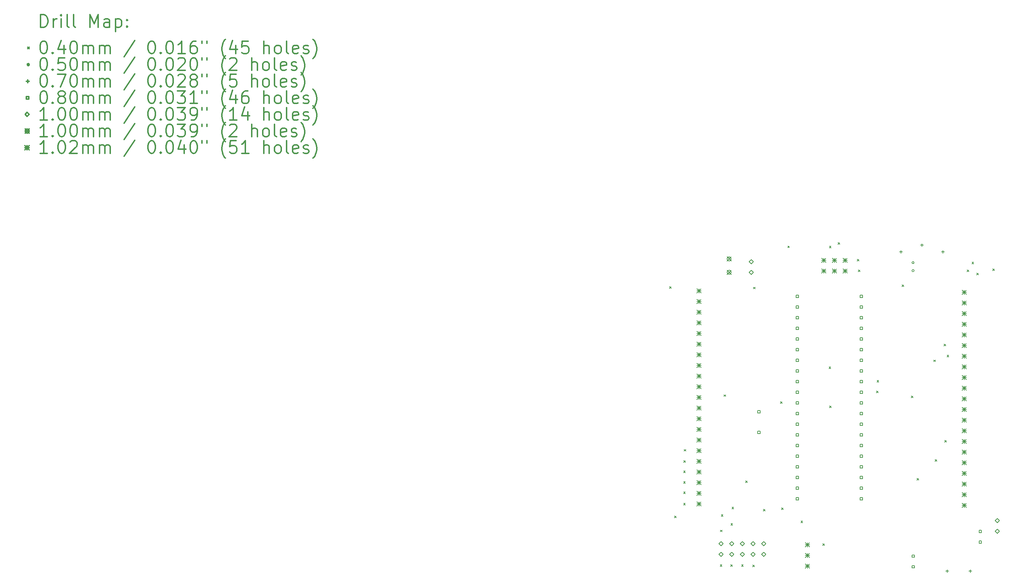
<source format=gbr>
%FSLAX45Y45*%
G04 Gerber Fmt 4.5, Leading zero omitted, Abs format (unit mm)*
G04 Created by KiCad (PCBNEW 4.0.6-e0-6349~53~ubuntu14.04.1) date Thu Nov 23 15:36:34 2017*
%MOMM*%
%LPD*%
G01*
G04 APERTURE LIST*
%ADD10C,0.127000*%
%ADD11C,0.200000*%
%ADD12C,0.300000*%
G04 APERTURE END LIST*
D10*
D11*
X15247940Y-6652580D02*
X15287940Y-6692580D01*
X15287940Y-6652580D02*
X15247940Y-6692580D01*
X15362240Y-12121200D02*
X15402240Y-12161200D01*
X15402240Y-12121200D02*
X15362240Y-12161200D01*
X15580680Y-11044240D02*
X15620680Y-11084240D01*
X15620680Y-11044240D02*
X15580680Y-11084240D01*
X15580680Y-11298240D02*
X15620680Y-11338240D01*
X15620680Y-11298240D02*
X15580680Y-11338240D01*
X15580680Y-11542080D02*
X15620680Y-11582080D01*
X15620680Y-11542080D02*
X15580680Y-11582080D01*
X15580680Y-11816400D02*
X15620680Y-11856400D01*
X15620680Y-11816400D02*
X15580680Y-11856400D01*
X15585760Y-10795320D02*
X15625760Y-10835320D01*
X15625760Y-10795320D02*
X15585760Y-10835320D01*
X15595920Y-10531160D02*
X15635920Y-10571160D01*
X15635920Y-10531160D02*
X15595920Y-10571160D01*
X16451900Y-13276900D02*
X16491900Y-13316900D01*
X16491900Y-13276900D02*
X16451900Y-13316900D01*
X16454440Y-12453940D02*
X16494440Y-12493940D01*
X16494440Y-12453940D02*
X16454440Y-12493940D01*
X16477300Y-12083100D02*
X16517300Y-12123100D01*
X16517300Y-12083100D02*
X16477300Y-12123100D01*
X16543340Y-9228140D02*
X16583340Y-9268140D01*
X16583340Y-9228140D02*
X16543340Y-9268140D01*
X16703360Y-13281980D02*
X16743360Y-13321980D01*
X16743360Y-13281980D02*
X16703360Y-13321980D01*
X16705900Y-12299000D02*
X16745900Y-12339000D01*
X16745900Y-12299000D02*
X16705900Y-12339000D01*
X16731300Y-11905300D02*
X16771300Y-11945300D01*
X16771300Y-11905300D02*
X16731300Y-11945300D01*
X16959900Y-13276900D02*
X16999900Y-13316900D01*
X16999900Y-13276900D02*
X16959900Y-13316900D01*
X17058960Y-11277920D02*
X17098960Y-11317920D01*
X17098960Y-11277920D02*
X17058960Y-11317920D01*
X17226600Y-13289600D02*
X17266600Y-13329600D01*
X17266600Y-13289600D02*
X17226600Y-13329600D01*
X17246920Y-6662740D02*
X17286920Y-6702740D01*
X17286920Y-6662740D02*
X17246920Y-6702740D01*
X17480600Y-11956100D02*
X17520600Y-11996100D01*
X17520600Y-11956100D02*
X17480600Y-11996100D01*
X17887000Y-9390700D02*
X17927000Y-9430700D01*
X17927000Y-9390700D02*
X17887000Y-9430700D01*
X17912400Y-11923080D02*
X17952400Y-11963080D01*
X17952400Y-11923080D02*
X17912400Y-11963080D01*
X18062260Y-5679760D02*
X18102260Y-5719760D01*
X18102260Y-5679760D02*
X18062260Y-5719760D01*
X18375950Y-12235500D02*
X18415950Y-12275500D01*
X18415950Y-12235500D02*
X18375950Y-12275500D01*
X18895380Y-12776520D02*
X18935380Y-12816520D01*
X18935380Y-12776520D02*
X18895380Y-12816520D01*
X19042700Y-8565200D02*
X19082700Y-8605200D01*
X19082700Y-8565200D02*
X19042700Y-8605200D01*
X19052860Y-5687380D02*
X19092860Y-5727380D01*
X19092860Y-5687380D02*
X19052860Y-5727380D01*
X19055400Y-9492300D02*
X19095400Y-9532300D01*
X19095400Y-9492300D02*
X19055400Y-9532300D01*
X19258600Y-5601020D02*
X19298600Y-5641020D01*
X19298600Y-5601020D02*
X19258600Y-5641020D01*
X19715800Y-5999800D02*
X19755800Y-6039800D01*
X19755800Y-5999800D02*
X19715800Y-6039800D01*
X19741200Y-6253800D02*
X19781200Y-6293800D01*
X19781200Y-6253800D02*
X19741200Y-6293800D01*
X20173000Y-9136700D02*
X20213000Y-9176700D01*
X20213000Y-9136700D02*
X20173000Y-9176700D01*
X20185700Y-8882700D02*
X20225700Y-8922700D01*
X20225700Y-8882700D02*
X20185700Y-8922700D01*
X20782600Y-6606860D02*
X20822600Y-6646860D01*
X20822600Y-6606860D02*
X20782600Y-6646860D01*
X21001040Y-9258620D02*
X21041040Y-9298620D01*
X21041040Y-9258620D02*
X21001040Y-9298620D01*
X21138200Y-11219500D02*
X21178200Y-11259500D01*
X21178200Y-11219500D02*
X21138200Y-11259500D01*
X21534440Y-8397560D02*
X21574440Y-8437560D01*
X21574440Y-8397560D02*
X21534440Y-8437560D01*
X21570000Y-10775000D02*
X21610000Y-10815000D01*
X21610000Y-10775000D02*
X21570000Y-10815000D01*
X21780820Y-8024180D02*
X21820820Y-8064180D01*
X21820820Y-8024180D02*
X21780820Y-8064180D01*
X21798600Y-10317800D02*
X21838600Y-10357800D01*
X21838600Y-10317800D02*
X21798600Y-10357800D01*
X21854480Y-8285800D02*
X21894480Y-8325800D01*
X21894480Y-8285800D02*
X21854480Y-8325800D01*
X22334540Y-6253800D02*
X22374540Y-6293800D01*
X22374540Y-6253800D02*
X22334540Y-6293800D01*
X22446300Y-6063300D02*
X22486300Y-6103300D01*
X22486300Y-6063300D02*
X22446300Y-6103300D01*
X22560600Y-6324920D02*
X22600600Y-6364920D01*
X22600600Y-6324920D02*
X22560600Y-6364920D01*
X22941600Y-6228400D02*
X22981600Y-6268400D01*
X22981600Y-6228400D02*
X22941600Y-6268400D01*
X21068900Y-6078220D02*
G75*
G03X21068900Y-6078220I-25000J0D01*
G01*
X21068900Y-6268220D02*
G75*
G03X21068900Y-6268220I-25000J0D01*
G01*
X20757260Y-5782860D02*
X20757260Y-5852860D01*
X20722260Y-5817860D02*
X20792260Y-5817860D01*
X21257260Y-5622860D02*
X21257260Y-5692860D01*
X21222260Y-5657860D02*
X21292260Y-5657860D01*
X21757260Y-5782860D02*
X21757260Y-5852860D01*
X21722260Y-5817860D02*
X21792260Y-5817860D01*
X21858560Y-13398020D02*
X21858560Y-13468020D01*
X21823560Y-13433020D02*
X21893560Y-13433020D01*
X22408560Y-13398020D02*
X22408560Y-13468020D01*
X22373560Y-13433020D02*
X22443560Y-13433020D01*
X17401885Y-9662185D02*
X17401885Y-9605616D01*
X17345316Y-9605616D01*
X17345316Y-9662185D01*
X17401885Y-9662185D01*
X17401885Y-10150185D02*
X17401885Y-10093616D01*
X17345316Y-10093616D01*
X17345316Y-10150185D01*
X17401885Y-10150185D01*
X18316285Y-6911684D02*
X18316285Y-6855115D01*
X18259716Y-6855115D01*
X18259716Y-6911684D01*
X18316285Y-6911684D01*
X18316285Y-7165684D02*
X18316285Y-7109115D01*
X18259716Y-7109115D01*
X18259716Y-7165684D01*
X18316285Y-7165684D01*
X18316285Y-7419684D02*
X18316285Y-7363115D01*
X18259716Y-7363115D01*
X18259716Y-7419684D01*
X18316285Y-7419684D01*
X18316285Y-7673684D02*
X18316285Y-7617115D01*
X18259716Y-7617115D01*
X18259716Y-7673684D01*
X18316285Y-7673684D01*
X18316285Y-7927684D02*
X18316285Y-7871115D01*
X18259716Y-7871115D01*
X18259716Y-7927684D01*
X18316285Y-7927684D01*
X18316285Y-8181684D02*
X18316285Y-8125115D01*
X18259716Y-8125115D01*
X18259716Y-8181684D01*
X18316285Y-8181684D01*
X18316285Y-8435685D02*
X18316285Y-8379115D01*
X18259716Y-8379115D01*
X18259716Y-8435685D01*
X18316285Y-8435685D01*
X18316285Y-8689685D02*
X18316285Y-8633116D01*
X18259716Y-8633116D01*
X18259716Y-8689685D01*
X18316285Y-8689685D01*
X18316285Y-8943685D02*
X18316285Y-8887116D01*
X18259716Y-8887116D01*
X18259716Y-8943685D01*
X18316285Y-8943685D01*
X18316285Y-9197685D02*
X18316285Y-9141116D01*
X18259716Y-9141116D01*
X18259716Y-9197685D01*
X18316285Y-9197685D01*
X18316285Y-9451685D02*
X18316285Y-9395116D01*
X18259716Y-9395116D01*
X18259716Y-9451685D01*
X18316285Y-9451685D01*
X18316285Y-9705685D02*
X18316285Y-9649116D01*
X18259716Y-9649116D01*
X18259716Y-9705685D01*
X18316285Y-9705685D01*
X18316285Y-9959685D02*
X18316285Y-9903116D01*
X18259716Y-9903116D01*
X18259716Y-9959685D01*
X18316285Y-9959685D01*
X18316285Y-10213685D02*
X18316285Y-10157116D01*
X18259716Y-10157116D01*
X18259716Y-10213685D01*
X18316285Y-10213685D01*
X18316285Y-10467685D02*
X18316285Y-10411116D01*
X18259716Y-10411116D01*
X18259716Y-10467685D01*
X18316285Y-10467685D01*
X18316285Y-10721685D02*
X18316285Y-10665116D01*
X18259716Y-10665116D01*
X18259716Y-10721685D01*
X18316285Y-10721685D01*
X18316285Y-10975685D02*
X18316285Y-10919116D01*
X18259716Y-10919116D01*
X18259716Y-10975685D01*
X18316285Y-10975685D01*
X18316285Y-11229684D02*
X18316285Y-11173116D01*
X18259716Y-11173116D01*
X18259716Y-11229684D01*
X18316285Y-11229684D01*
X18316285Y-11483684D02*
X18316285Y-11427115D01*
X18259716Y-11427115D01*
X18259716Y-11483684D01*
X18316285Y-11483684D01*
X18316285Y-11737684D02*
X18316285Y-11681115D01*
X18259716Y-11681115D01*
X18259716Y-11737684D01*
X18316285Y-11737684D01*
X19840285Y-6911684D02*
X19840285Y-6855115D01*
X19783716Y-6855115D01*
X19783716Y-6911684D01*
X19840285Y-6911684D01*
X19840285Y-7165684D02*
X19840285Y-7109115D01*
X19783716Y-7109115D01*
X19783716Y-7165684D01*
X19840285Y-7165684D01*
X19840285Y-7419684D02*
X19840285Y-7363115D01*
X19783716Y-7363115D01*
X19783716Y-7419684D01*
X19840285Y-7419684D01*
X19840285Y-7673684D02*
X19840285Y-7617115D01*
X19783716Y-7617115D01*
X19783716Y-7673684D01*
X19840285Y-7673684D01*
X19840285Y-7927684D02*
X19840285Y-7871115D01*
X19783716Y-7871115D01*
X19783716Y-7927684D01*
X19840285Y-7927684D01*
X19840285Y-8181684D02*
X19840285Y-8125115D01*
X19783716Y-8125115D01*
X19783716Y-8181684D01*
X19840285Y-8181684D01*
X19840285Y-8435685D02*
X19840285Y-8379115D01*
X19783716Y-8379115D01*
X19783716Y-8435685D01*
X19840285Y-8435685D01*
X19840285Y-8689685D02*
X19840285Y-8633116D01*
X19783716Y-8633116D01*
X19783716Y-8689685D01*
X19840285Y-8689685D01*
X19840285Y-8943685D02*
X19840285Y-8887116D01*
X19783716Y-8887116D01*
X19783716Y-8943685D01*
X19840285Y-8943685D01*
X19840285Y-9197685D02*
X19840285Y-9141116D01*
X19783716Y-9141116D01*
X19783716Y-9197685D01*
X19840285Y-9197685D01*
X19840285Y-9451685D02*
X19840285Y-9395116D01*
X19783716Y-9395116D01*
X19783716Y-9451685D01*
X19840285Y-9451685D01*
X19840285Y-9705685D02*
X19840285Y-9649116D01*
X19783716Y-9649116D01*
X19783716Y-9705685D01*
X19840285Y-9705685D01*
X19840285Y-9959685D02*
X19840285Y-9903116D01*
X19783716Y-9903116D01*
X19783716Y-9959685D01*
X19840285Y-9959685D01*
X19840285Y-10213685D02*
X19840285Y-10157116D01*
X19783716Y-10157116D01*
X19783716Y-10213685D01*
X19840285Y-10213685D01*
X19840285Y-10467685D02*
X19840285Y-10411116D01*
X19783716Y-10411116D01*
X19783716Y-10467685D01*
X19840285Y-10467685D01*
X19840285Y-10721685D02*
X19840285Y-10665116D01*
X19783716Y-10665116D01*
X19783716Y-10721685D01*
X19840285Y-10721685D01*
X19840285Y-10975685D02*
X19840285Y-10919116D01*
X19783716Y-10919116D01*
X19783716Y-10975685D01*
X19840285Y-10975685D01*
X19840285Y-11229684D02*
X19840285Y-11173116D01*
X19783716Y-11173116D01*
X19783716Y-11229684D01*
X19840285Y-11229684D01*
X19840285Y-11483684D02*
X19840285Y-11427115D01*
X19783716Y-11427115D01*
X19783716Y-11483684D01*
X19840285Y-11483684D01*
X19840285Y-11737684D02*
X19840285Y-11681115D01*
X19783716Y-11681115D01*
X19783716Y-11737684D01*
X19840285Y-11737684D01*
X21074725Y-13104204D02*
X21074725Y-13047635D01*
X21018156Y-13047635D01*
X21018156Y-13104204D01*
X21074725Y-13104204D01*
X21074725Y-13358204D02*
X21074725Y-13301635D01*
X21018156Y-13301635D01*
X21018156Y-13358204D01*
X21074725Y-13358204D01*
X22672384Y-12512384D02*
X22672384Y-12455815D01*
X22615815Y-12455815D01*
X22615815Y-12512384D01*
X22672384Y-12512384D01*
X22672384Y-12766384D02*
X22672384Y-12709815D01*
X22615815Y-12709815D01*
X22615815Y-12766384D01*
X22672384Y-12766384D01*
X16474440Y-12831280D02*
X16524440Y-12781280D01*
X16474440Y-12731280D01*
X16424440Y-12781280D01*
X16474440Y-12831280D01*
X16474440Y-13085280D02*
X16524440Y-13035280D01*
X16474440Y-12985280D01*
X16424440Y-13035280D01*
X16474440Y-13085280D01*
X16728440Y-12831280D02*
X16778440Y-12781280D01*
X16728440Y-12731280D01*
X16678440Y-12781280D01*
X16728440Y-12831280D01*
X16728440Y-13085280D02*
X16778440Y-13035280D01*
X16728440Y-12985280D01*
X16678440Y-13035280D01*
X16728440Y-13085280D01*
X16982440Y-12831280D02*
X17032440Y-12781280D01*
X16982440Y-12731280D01*
X16932440Y-12781280D01*
X16982440Y-12831280D01*
X16982440Y-13085280D02*
X17032440Y-13035280D01*
X16982440Y-12985280D01*
X16932440Y-13035280D01*
X16982440Y-13085280D01*
X17195800Y-6107900D02*
X17245800Y-6057900D01*
X17195800Y-6007900D01*
X17145800Y-6057900D01*
X17195800Y-6107900D01*
X17195800Y-6361900D02*
X17245800Y-6311900D01*
X17195800Y-6261900D01*
X17145800Y-6311900D01*
X17195800Y-6361900D01*
X17236440Y-12831280D02*
X17286440Y-12781280D01*
X17236440Y-12731280D01*
X17186440Y-12781280D01*
X17236440Y-12831280D01*
X17236440Y-13085280D02*
X17286440Y-13035280D01*
X17236440Y-12985280D01*
X17186440Y-13035280D01*
X17236440Y-13085280D01*
X17490440Y-12831280D02*
X17540440Y-12781280D01*
X17490440Y-12731280D01*
X17440440Y-12781280D01*
X17490440Y-12831280D01*
X17490440Y-13085280D02*
X17540440Y-13035280D01*
X17490440Y-12985280D01*
X17440440Y-13035280D01*
X17490440Y-13085280D01*
X23050500Y-12280100D02*
X23100500Y-12230100D01*
X23050500Y-12180100D01*
X23000500Y-12230100D01*
X23050500Y-12280100D01*
X23050500Y-12534100D02*
X23100500Y-12484100D01*
X23050500Y-12434100D01*
X23000500Y-12484100D01*
X23050500Y-12534100D01*
X16614902Y-5939282D02*
X16714978Y-6039358D01*
X16714978Y-5939282D02*
X16614902Y-6039358D01*
X16714978Y-5989320D02*
G75*
G03X16714978Y-5989320I-50038J0D01*
G01*
X16614902Y-6256782D02*
X16714978Y-6356858D01*
X16714978Y-6256782D02*
X16614902Y-6356858D01*
X16714978Y-6306820D02*
G75*
G03X16714978Y-6306820I-50038J0D01*
G01*
X15897860Y-6696710D02*
X15999460Y-6798310D01*
X15999460Y-6696710D02*
X15897860Y-6798310D01*
X15948660Y-6696710D02*
X15948660Y-6798310D01*
X15897860Y-6747510D02*
X15999460Y-6747510D01*
X15897860Y-6950710D02*
X15999460Y-7052310D01*
X15999460Y-6950710D02*
X15897860Y-7052310D01*
X15948660Y-6950710D02*
X15948660Y-7052310D01*
X15897860Y-7001510D02*
X15999460Y-7001510D01*
X15897860Y-7204710D02*
X15999460Y-7306310D01*
X15999460Y-7204710D02*
X15897860Y-7306310D01*
X15948660Y-7204710D02*
X15948660Y-7306310D01*
X15897860Y-7255510D02*
X15999460Y-7255510D01*
X15897860Y-7458710D02*
X15999460Y-7560310D01*
X15999460Y-7458710D02*
X15897860Y-7560310D01*
X15948660Y-7458710D02*
X15948660Y-7560310D01*
X15897860Y-7509510D02*
X15999460Y-7509510D01*
X15897860Y-7712710D02*
X15999460Y-7814310D01*
X15999460Y-7712710D02*
X15897860Y-7814310D01*
X15948660Y-7712710D02*
X15948660Y-7814310D01*
X15897860Y-7763510D02*
X15999460Y-7763510D01*
X15897860Y-7966710D02*
X15999460Y-8068310D01*
X15999460Y-7966710D02*
X15897860Y-8068310D01*
X15948660Y-7966710D02*
X15948660Y-8068310D01*
X15897860Y-8017510D02*
X15999460Y-8017510D01*
X15897860Y-8220710D02*
X15999460Y-8322310D01*
X15999460Y-8220710D02*
X15897860Y-8322310D01*
X15948660Y-8220710D02*
X15948660Y-8322310D01*
X15897860Y-8271510D02*
X15999460Y-8271510D01*
X15897860Y-8474710D02*
X15999460Y-8576310D01*
X15999460Y-8474710D02*
X15897860Y-8576310D01*
X15948660Y-8474710D02*
X15948660Y-8576310D01*
X15897860Y-8525510D02*
X15999460Y-8525510D01*
X15897860Y-8728710D02*
X15999460Y-8830310D01*
X15999460Y-8728710D02*
X15897860Y-8830310D01*
X15948660Y-8728710D02*
X15948660Y-8830310D01*
X15897860Y-8779510D02*
X15999460Y-8779510D01*
X15897860Y-8982710D02*
X15999460Y-9084310D01*
X15999460Y-8982710D02*
X15897860Y-9084310D01*
X15948660Y-8982710D02*
X15948660Y-9084310D01*
X15897860Y-9033510D02*
X15999460Y-9033510D01*
X15897860Y-9236710D02*
X15999460Y-9338310D01*
X15999460Y-9236710D02*
X15897860Y-9338310D01*
X15948660Y-9236710D02*
X15948660Y-9338310D01*
X15897860Y-9287510D02*
X15999460Y-9287510D01*
X15897860Y-9490710D02*
X15999460Y-9592310D01*
X15999460Y-9490710D02*
X15897860Y-9592310D01*
X15948660Y-9490710D02*
X15948660Y-9592310D01*
X15897860Y-9541510D02*
X15999460Y-9541510D01*
X15897860Y-9744710D02*
X15999460Y-9846310D01*
X15999460Y-9744710D02*
X15897860Y-9846310D01*
X15948660Y-9744710D02*
X15948660Y-9846310D01*
X15897860Y-9795510D02*
X15999460Y-9795510D01*
X15897860Y-9998710D02*
X15999460Y-10100310D01*
X15999460Y-9998710D02*
X15897860Y-10100310D01*
X15948660Y-9998710D02*
X15948660Y-10100310D01*
X15897860Y-10049510D02*
X15999460Y-10049510D01*
X15897860Y-10252710D02*
X15999460Y-10354310D01*
X15999460Y-10252710D02*
X15897860Y-10354310D01*
X15948660Y-10252710D02*
X15948660Y-10354310D01*
X15897860Y-10303510D02*
X15999460Y-10303510D01*
X15897860Y-10506710D02*
X15999460Y-10608310D01*
X15999460Y-10506710D02*
X15897860Y-10608310D01*
X15948660Y-10506710D02*
X15948660Y-10608310D01*
X15897860Y-10557510D02*
X15999460Y-10557510D01*
X15897860Y-10760710D02*
X15999460Y-10862310D01*
X15999460Y-10760710D02*
X15897860Y-10862310D01*
X15948660Y-10760710D02*
X15948660Y-10862310D01*
X15897860Y-10811510D02*
X15999460Y-10811510D01*
X15897860Y-11014710D02*
X15999460Y-11116310D01*
X15999460Y-11014710D02*
X15897860Y-11116310D01*
X15948660Y-11014710D02*
X15948660Y-11116310D01*
X15897860Y-11065510D02*
X15999460Y-11065510D01*
X15897860Y-11268710D02*
X15999460Y-11370310D01*
X15999460Y-11268710D02*
X15897860Y-11370310D01*
X15948660Y-11268710D02*
X15948660Y-11370310D01*
X15897860Y-11319510D02*
X15999460Y-11319510D01*
X15897860Y-11522710D02*
X15999460Y-11624310D01*
X15999460Y-11522710D02*
X15897860Y-11624310D01*
X15948660Y-11522710D02*
X15948660Y-11624310D01*
X15897860Y-11573510D02*
X15999460Y-11573510D01*
X15897860Y-11776710D02*
X15999460Y-11878310D01*
X15999460Y-11776710D02*
X15897860Y-11878310D01*
X15948660Y-11776710D02*
X15948660Y-11878310D01*
X15897860Y-11827510D02*
X15999460Y-11827510D01*
X18478500Y-12750800D02*
X18580100Y-12852400D01*
X18580100Y-12750800D02*
X18478500Y-12852400D01*
X18529300Y-12750800D02*
X18529300Y-12852400D01*
X18478500Y-12801600D02*
X18580100Y-12801600D01*
X18478500Y-13004800D02*
X18580100Y-13106400D01*
X18580100Y-13004800D02*
X18478500Y-13106400D01*
X18529300Y-13004800D02*
X18529300Y-13106400D01*
X18478500Y-13055600D02*
X18580100Y-13055600D01*
X18478500Y-13258800D02*
X18580100Y-13360400D01*
X18580100Y-13258800D02*
X18478500Y-13360400D01*
X18529300Y-13258800D02*
X18529300Y-13360400D01*
X18478500Y-13309600D02*
X18580100Y-13309600D01*
X18872200Y-5969000D02*
X18973800Y-6070600D01*
X18973800Y-5969000D02*
X18872200Y-6070600D01*
X18923000Y-5969000D02*
X18923000Y-6070600D01*
X18872200Y-6019800D02*
X18973800Y-6019800D01*
X18872200Y-6223000D02*
X18973800Y-6324600D01*
X18973800Y-6223000D02*
X18872200Y-6324600D01*
X18923000Y-6223000D02*
X18923000Y-6324600D01*
X18872200Y-6273800D02*
X18973800Y-6273800D01*
X19126200Y-5969000D02*
X19227800Y-6070600D01*
X19227800Y-5969000D02*
X19126200Y-6070600D01*
X19177000Y-5969000D02*
X19177000Y-6070600D01*
X19126200Y-6019800D02*
X19227800Y-6019800D01*
X19126200Y-6223000D02*
X19227800Y-6324600D01*
X19227800Y-6223000D02*
X19126200Y-6324600D01*
X19177000Y-6223000D02*
X19177000Y-6324600D01*
X19126200Y-6273800D02*
X19227800Y-6273800D01*
X19380200Y-5969000D02*
X19481800Y-6070600D01*
X19481800Y-5969000D02*
X19380200Y-6070600D01*
X19431000Y-5969000D02*
X19431000Y-6070600D01*
X19380200Y-6019800D02*
X19481800Y-6019800D01*
X19380200Y-6223000D02*
X19481800Y-6324600D01*
X19481800Y-6223000D02*
X19380200Y-6324600D01*
X19431000Y-6223000D02*
X19431000Y-6324600D01*
X19380200Y-6273800D02*
X19481800Y-6273800D01*
X22212300Y-6731000D02*
X22313900Y-6832600D01*
X22313900Y-6731000D02*
X22212300Y-6832600D01*
X22263100Y-6731000D02*
X22263100Y-6832600D01*
X22212300Y-6781800D02*
X22313900Y-6781800D01*
X22212300Y-6985000D02*
X22313900Y-7086600D01*
X22313900Y-6985000D02*
X22212300Y-7086600D01*
X22263100Y-6985000D02*
X22263100Y-7086600D01*
X22212300Y-7035800D02*
X22313900Y-7035800D01*
X22212300Y-7239000D02*
X22313900Y-7340600D01*
X22313900Y-7239000D02*
X22212300Y-7340600D01*
X22263100Y-7239000D02*
X22263100Y-7340600D01*
X22212300Y-7289800D02*
X22313900Y-7289800D01*
X22212300Y-7493000D02*
X22313900Y-7594600D01*
X22313900Y-7493000D02*
X22212300Y-7594600D01*
X22263100Y-7493000D02*
X22263100Y-7594600D01*
X22212300Y-7543800D02*
X22313900Y-7543800D01*
X22212300Y-7747000D02*
X22313900Y-7848600D01*
X22313900Y-7747000D02*
X22212300Y-7848600D01*
X22263100Y-7747000D02*
X22263100Y-7848600D01*
X22212300Y-7797800D02*
X22313900Y-7797800D01*
X22212300Y-8001000D02*
X22313900Y-8102600D01*
X22313900Y-8001000D02*
X22212300Y-8102600D01*
X22263100Y-8001000D02*
X22263100Y-8102600D01*
X22212300Y-8051800D02*
X22313900Y-8051800D01*
X22212300Y-8255000D02*
X22313900Y-8356600D01*
X22313900Y-8255000D02*
X22212300Y-8356600D01*
X22263100Y-8255000D02*
X22263100Y-8356600D01*
X22212300Y-8305800D02*
X22313900Y-8305800D01*
X22212300Y-8509000D02*
X22313900Y-8610600D01*
X22313900Y-8509000D02*
X22212300Y-8610600D01*
X22263100Y-8509000D02*
X22263100Y-8610600D01*
X22212300Y-8559800D02*
X22313900Y-8559800D01*
X22212300Y-8763000D02*
X22313900Y-8864600D01*
X22313900Y-8763000D02*
X22212300Y-8864600D01*
X22263100Y-8763000D02*
X22263100Y-8864600D01*
X22212300Y-8813800D02*
X22313900Y-8813800D01*
X22212300Y-9017000D02*
X22313900Y-9118600D01*
X22313900Y-9017000D02*
X22212300Y-9118600D01*
X22263100Y-9017000D02*
X22263100Y-9118600D01*
X22212300Y-9067800D02*
X22313900Y-9067800D01*
X22212300Y-9271000D02*
X22313900Y-9372600D01*
X22313900Y-9271000D02*
X22212300Y-9372600D01*
X22263100Y-9271000D02*
X22263100Y-9372600D01*
X22212300Y-9321800D02*
X22313900Y-9321800D01*
X22212300Y-9525000D02*
X22313900Y-9626600D01*
X22313900Y-9525000D02*
X22212300Y-9626600D01*
X22263100Y-9525000D02*
X22263100Y-9626600D01*
X22212300Y-9575800D02*
X22313900Y-9575800D01*
X22212300Y-9779000D02*
X22313900Y-9880600D01*
X22313900Y-9779000D02*
X22212300Y-9880600D01*
X22263100Y-9779000D02*
X22263100Y-9880600D01*
X22212300Y-9829800D02*
X22313900Y-9829800D01*
X22212300Y-10033000D02*
X22313900Y-10134600D01*
X22313900Y-10033000D02*
X22212300Y-10134600D01*
X22263100Y-10033000D02*
X22263100Y-10134600D01*
X22212300Y-10083800D02*
X22313900Y-10083800D01*
X22212300Y-10287000D02*
X22313900Y-10388600D01*
X22313900Y-10287000D02*
X22212300Y-10388600D01*
X22263100Y-10287000D02*
X22263100Y-10388600D01*
X22212300Y-10337800D02*
X22313900Y-10337800D01*
X22212300Y-10541000D02*
X22313900Y-10642600D01*
X22313900Y-10541000D02*
X22212300Y-10642600D01*
X22263100Y-10541000D02*
X22263100Y-10642600D01*
X22212300Y-10591800D02*
X22313900Y-10591800D01*
X22212300Y-10795000D02*
X22313900Y-10896600D01*
X22313900Y-10795000D02*
X22212300Y-10896600D01*
X22263100Y-10795000D02*
X22263100Y-10896600D01*
X22212300Y-10845800D02*
X22313900Y-10845800D01*
X22212300Y-11049000D02*
X22313900Y-11150600D01*
X22313900Y-11049000D02*
X22212300Y-11150600D01*
X22263100Y-11049000D02*
X22263100Y-11150600D01*
X22212300Y-11099800D02*
X22313900Y-11099800D01*
X22212300Y-11303000D02*
X22313900Y-11404600D01*
X22313900Y-11303000D02*
X22212300Y-11404600D01*
X22263100Y-11303000D02*
X22263100Y-11404600D01*
X22212300Y-11353800D02*
X22313900Y-11353800D01*
X22212300Y-11557000D02*
X22313900Y-11658600D01*
X22313900Y-11557000D02*
X22212300Y-11658600D01*
X22263100Y-11557000D02*
X22263100Y-11658600D01*
X22212300Y-11607800D02*
X22313900Y-11607800D01*
X22212300Y-11811000D02*
X22313900Y-11912600D01*
X22313900Y-11811000D02*
X22212300Y-11912600D01*
X22263100Y-11811000D02*
X22263100Y-11912600D01*
X22212300Y-11861800D02*
X22313900Y-11861800D01*
D12*
X271429Y-465714D02*
X271429Y-165714D01*
X342857Y-165714D01*
X385714Y-180000D01*
X414286Y-208571D01*
X428571Y-237143D01*
X442857Y-294286D01*
X442857Y-337143D01*
X428571Y-394286D01*
X414286Y-422857D01*
X385714Y-451429D01*
X342857Y-465714D01*
X271429Y-465714D01*
X571429Y-465714D02*
X571429Y-265714D01*
X571429Y-322857D02*
X585714Y-294286D01*
X600000Y-280000D01*
X628571Y-265714D01*
X657143Y-265714D01*
X757143Y-465714D02*
X757143Y-265714D01*
X757143Y-165714D02*
X742857Y-180000D01*
X757143Y-194286D01*
X771429Y-180000D01*
X757143Y-165714D01*
X757143Y-194286D01*
X942857Y-465714D02*
X914286Y-451429D01*
X900000Y-422857D01*
X900000Y-165714D01*
X1100000Y-465714D02*
X1071429Y-451429D01*
X1057143Y-422857D01*
X1057143Y-165714D01*
X1442857Y-465714D02*
X1442857Y-165714D01*
X1542857Y-380000D01*
X1642857Y-165714D01*
X1642857Y-465714D01*
X1914286Y-465714D02*
X1914286Y-308571D01*
X1900000Y-280000D01*
X1871429Y-265714D01*
X1814286Y-265714D01*
X1785714Y-280000D01*
X1914286Y-451429D02*
X1885714Y-465714D01*
X1814286Y-465714D01*
X1785714Y-451429D01*
X1771429Y-422857D01*
X1771429Y-394286D01*
X1785714Y-365714D01*
X1814286Y-351429D01*
X1885714Y-351429D01*
X1914286Y-337143D01*
X2057143Y-265714D02*
X2057143Y-565714D01*
X2057143Y-280000D02*
X2085714Y-265714D01*
X2142857Y-265714D01*
X2171429Y-280000D01*
X2185714Y-294286D01*
X2200000Y-322857D01*
X2200000Y-408571D01*
X2185714Y-437143D01*
X2171429Y-451429D01*
X2142857Y-465714D01*
X2085714Y-465714D01*
X2057143Y-451429D01*
X2328572Y-437143D02*
X2342857Y-451429D01*
X2328572Y-465714D01*
X2314286Y-451429D01*
X2328572Y-437143D01*
X2328572Y-465714D01*
X2328572Y-280000D02*
X2342857Y-294286D01*
X2328572Y-308571D01*
X2314286Y-294286D01*
X2328572Y-280000D01*
X2328572Y-308571D01*
X-40000Y-940000D02*
X0Y-980000D01*
X0Y-940000D02*
X-40000Y-980000D01*
X328571Y-795714D02*
X357143Y-795714D01*
X385714Y-810000D01*
X400000Y-824286D01*
X414286Y-852857D01*
X428571Y-910000D01*
X428571Y-981429D01*
X414286Y-1038571D01*
X400000Y-1067143D01*
X385714Y-1081429D01*
X357143Y-1095714D01*
X328571Y-1095714D01*
X300000Y-1081429D01*
X285714Y-1067143D01*
X271429Y-1038571D01*
X257143Y-981429D01*
X257143Y-910000D01*
X271429Y-852857D01*
X285714Y-824286D01*
X300000Y-810000D01*
X328571Y-795714D01*
X557143Y-1067143D02*
X571429Y-1081429D01*
X557143Y-1095714D01*
X542857Y-1081429D01*
X557143Y-1067143D01*
X557143Y-1095714D01*
X828571Y-895714D02*
X828571Y-1095714D01*
X757143Y-781429D02*
X685714Y-995714D01*
X871428Y-995714D01*
X1042857Y-795714D02*
X1071429Y-795714D01*
X1100000Y-810000D01*
X1114286Y-824286D01*
X1128571Y-852857D01*
X1142857Y-910000D01*
X1142857Y-981429D01*
X1128571Y-1038571D01*
X1114286Y-1067143D01*
X1100000Y-1081429D01*
X1071429Y-1095714D01*
X1042857Y-1095714D01*
X1014286Y-1081429D01*
X1000000Y-1067143D01*
X985714Y-1038571D01*
X971429Y-981429D01*
X971429Y-910000D01*
X985714Y-852857D01*
X1000000Y-824286D01*
X1014286Y-810000D01*
X1042857Y-795714D01*
X1271429Y-1095714D02*
X1271429Y-895714D01*
X1271429Y-924286D02*
X1285714Y-910000D01*
X1314286Y-895714D01*
X1357143Y-895714D01*
X1385714Y-910000D01*
X1400000Y-938571D01*
X1400000Y-1095714D01*
X1400000Y-938571D02*
X1414286Y-910000D01*
X1442857Y-895714D01*
X1485714Y-895714D01*
X1514286Y-910000D01*
X1528571Y-938571D01*
X1528571Y-1095714D01*
X1671429Y-1095714D02*
X1671429Y-895714D01*
X1671429Y-924286D02*
X1685714Y-910000D01*
X1714286Y-895714D01*
X1757143Y-895714D01*
X1785714Y-910000D01*
X1800000Y-938571D01*
X1800000Y-1095714D01*
X1800000Y-938571D02*
X1814286Y-910000D01*
X1842857Y-895714D01*
X1885714Y-895714D01*
X1914286Y-910000D01*
X1928571Y-938571D01*
X1928571Y-1095714D01*
X2514286Y-781429D02*
X2257143Y-1167143D01*
X2900000Y-795714D02*
X2928571Y-795714D01*
X2957143Y-810000D01*
X2971428Y-824286D01*
X2985714Y-852857D01*
X3000000Y-910000D01*
X3000000Y-981429D01*
X2985714Y-1038571D01*
X2971428Y-1067143D01*
X2957143Y-1081429D01*
X2928571Y-1095714D01*
X2900000Y-1095714D01*
X2871428Y-1081429D01*
X2857143Y-1067143D01*
X2842857Y-1038571D01*
X2828571Y-981429D01*
X2828571Y-910000D01*
X2842857Y-852857D01*
X2857143Y-824286D01*
X2871428Y-810000D01*
X2900000Y-795714D01*
X3128571Y-1067143D02*
X3142857Y-1081429D01*
X3128571Y-1095714D01*
X3114286Y-1081429D01*
X3128571Y-1067143D01*
X3128571Y-1095714D01*
X3328571Y-795714D02*
X3357143Y-795714D01*
X3385714Y-810000D01*
X3400000Y-824286D01*
X3414286Y-852857D01*
X3428571Y-910000D01*
X3428571Y-981429D01*
X3414286Y-1038571D01*
X3400000Y-1067143D01*
X3385714Y-1081429D01*
X3357143Y-1095714D01*
X3328571Y-1095714D01*
X3300000Y-1081429D01*
X3285714Y-1067143D01*
X3271428Y-1038571D01*
X3257143Y-981429D01*
X3257143Y-910000D01*
X3271428Y-852857D01*
X3285714Y-824286D01*
X3300000Y-810000D01*
X3328571Y-795714D01*
X3714286Y-1095714D02*
X3542857Y-1095714D01*
X3628571Y-1095714D02*
X3628571Y-795714D01*
X3600000Y-838571D01*
X3571428Y-867143D01*
X3542857Y-881429D01*
X3971428Y-795714D02*
X3914286Y-795714D01*
X3885714Y-810000D01*
X3871428Y-824286D01*
X3842857Y-867143D01*
X3828571Y-924286D01*
X3828571Y-1038571D01*
X3842857Y-1067143D01*
X3857143Y-1081429D01*
X3885714Y-1095714D01*
X3942857Y-1095714D01*
X3971428Y-1081429D01*
X3985714Y-1067143D01*
X4000000Y-1038571D01*
X4000000Y-967143D01*
X3985714Y-938571D01*
X3971428Y-924286D01*
X3942857Y-910000D01*
X3885714Y-910000D01*
X3857143Y-924286D01*
X3842857Y-938571D01*
X3828571Y-967143D01*
X4114286Y-795714D02*
X4114286Y-852857D01*
X4228571Y-795714D02*
X4228571Y-852857D01*
X4671429Y-1210000D02*
X4657143Y-1195714D01*
X4628571Y-1152857D01*
X4614286Y-1124286D01*
X4600000Y-1081429D01*
X4585714Y-1010000D01*
X4585714Y-952857D01*
X4600000Y-881429D01*
X4614286Y-838571D01*
X4628571Y-810000D01*
X4657143Y-767143D01*
X4671429Y-752857D01*
X4914286Y-895714D02*
X4914286Y-1095714D01*
X4842857Y-781429D02*
X4771429Y-995714D01*
X4957143Y-995714D01*
X5214286Y-795714D02*
X5071429Y-795714D01*
X5057143Y-938571D01*
X5071429Y-924286D01*
X5100000Y-910000D01*
X5171429Y-910000D01*
X5200000Y-924286D01*
X5214286Y-938571D01*
X5228571Y-967143D01*
X5228571Y-1038571D01*
X5214286Y-1067143D01*
X5200000Y-1081429D01*
X5171429Y-1095714D01*
X5100000Y-1095714D01*
X5071429Y-1081429D01*
X5057143Y-1067143D01*
X5585714Y-1095714D02*
X5585714Y-795714D01*
X5714286Y-1095714D02*
X5714286Y-938571D01*
X5700000Y-910000D01*
X5671428Y-895714D01*
X5628571Y-895714D01*
X5600000Y-910000D01*
X5585714Y-924286D01*
X5900000Y-1095714D02*
X5871428Y-1081429D01*
X5857143Y-1067143D01*
X5842857Y-1038571D01*
X5842857Y-952857D01*
X5857143Y-924286D01*
X5871428Y-910000D01*
X5900000Y-895714D01*
X5942857Y-895714D01*
X5971428Y-910000D01*
X5985714Y-924286D01*
X6000000Y-952857D01*
X6000000Y-1038571D01*
X5985714Y-1067143D01*
X5971428Y-1081429D01*
X5942857Y-1095714D01*
X5900000Y-1095714D01*
X6171428Y-1095714D02*
X6142857Y-1081429D01*
X6128571Y-1052857D01*
X6128571Y-795714D01*
X6400000Y-1081429D02*
X6371429Y-1095714D01*
X6314286Y-1095714D01*
X6285714Y-1081429D01*
X6271429Y-1052857D01*
X6271429Y-938571D01*
X6285714Y-910000D01*
X6314286Y-895714D01*
X6371429Y-895714D01*
X6400000Y-910000D01*
X6414286Y-938571D01*
X6414286Y-967143D01*
X6271429Y-995714D01*
X6528571Y-1081429D02*
X6557143Y-1095714D01*
X6614286Y-1095714D01*
X6642857Y-1081429D01*
X6657143Y-1052857D01*
X6657143Y-1038571D01*
X6642857Y-1010000D01*
X6614286Y-995714D01*
X6571429Y-995714D01*
X6542857Y-981429D01*
X6528571Y-952857D01*
X6528571Y-938571D01*
X6542857Y-910000D01*
X6571429Y-895714D01*
X6614286Y-895714D01*
X6642857Y-910000D01*
X6757143Y-1210000D02*
X6771429Y-1195714D01*
X6800000Y-1152857D01*
X6814286Y-1124286D01*
X6828571Y-1081429D01*
X6842857Y-1010000D01*
X6842857Y-952857D01*
X6828571Y-881429D01*
X6814286Y-838571D01*
X6800000Y-810000D01*
X6771429Y-767143D01*
X6757143Y-752857D01*
X0Y-1356000D02*
G75*
G03X0Y-1356000I-25000J0D01*
G01*
X328571Y-1191714D02*
X357143Y-1191714D01*
X385714Y-1206000D01*
X400000Y-1220286D01*
X414286Y-1248857D01*
X428571Y-1306000D01*
X428571Y-1377429D01*
X414286Y-1434571D01*
X400000Y-1463143D01*
X385714Y-1477429D01*
X357143Y-1491714D01*
X328571Y-1491714D01*
X300000Y-1477429D01*
X285714Y-1463143D01*
X271429Y-1434571D01*
X257143Y-1377429D01*
X257143Y-1306000D01*
X271429Y-1248857D01*
X285714Y-1220286D01*
X300000Y-1206000D01*
X328571Y-1191714D01*
X557143Y-1463143D02*
X571429Y-1477429D01*
X557143Y-1491714D01*
X542857Y-1477429D01*
X557143Y-1463143D01*
X557143Y-1491714D01*
X842857Y-1191714D02*
X700000Y-1191714D01*
X685714Y-1334571D01*
X700000Y-1320286D01*
X728571Y-1306000D01*
X800000Y-1306000D01*
X828571Y-1320286D01*
X842857Y-1334571D01*
X857143Y-1363143D01*
X857143Y-1434571D01*
X842857Y-1463143D01*
X828571Y-1477429D01*
X800000Y-1491714D01*
X728571Y-1491714D01*
X700000Y-1477429D01*
X685714Y-1463143D01*
X1042857Y-1191714D02*
X1071429Y-1191714D01*
X1100000Y-1206000D01*
X1114286Y-1220286D01*
X1128571Y-1248857D01*
X1142857Y-1306000D01*
X1142857Y-1377429D01*
X1128571Y-1434571D01*
X1114286Y-1463143D01*
X1100000Y-1477429D01*
X1071429Y-1491714D01*
X1042857Y-1491714D01*
X1014286Y-1477429D01*
X1000000Y-1463143D01*
X985714Y-1434571D01*
X971429Y-1377429D01*
X971429Y-1306000D01*
X985714Y-1248857D01*
X1000000Y-1220286D01*
X1014286Y-1206000D01*
X1042857Y-1191714D01*
X1271429Y-1491714D02*
X1271429Y-1291714D01*
X1271429Y-1320286D02*
X1285714Y-1306000D01*
X1314286Y-1291714D01*
X1357143Y-1291714D01*
X1385714Y-1306000D01*
X1400000Y-1334571D01*
X1400000Y-1491714D01*
X1400000Y-1334571D02*
X1414286Y-1306000D01*
X1442857Y-1291714D01*
X1485714Y-1291714D01*
X1514286Y-1306000D01*
X1528571Y-1334571D01*
X1528571Y-1491714D01*
X1671429Y-1491714D02*
X1671429Y-1291714D01*
X1671429Y-1320286D02*
X1685714Y-1306000D01*
X1714286Y-1291714D01*
X1757143Y-1291714D01*
X1785714Y-1306000D01*
X1800000Y-1334571D01*
X1800000Y-1491714D01*
X1800000Y-1334571D02*
X1814286Y-1306000D01*
X1842857Y-1291714D01*
X1885714Y-1291714D01*
X1914286Y-1306000D01*
X1928571Y-1334571D01*
X1928571Y-1491714D01*
X2514286Y-1177429D02*
X2257143Y-1563143D01*
X2900000Y-1191714D02*
X2928571Y-1191714D01*
X2957143Y-1206000D01*
X2971428Y-1220286D01*
X2985714Y-1248857D01*
X3000000Y-1306000D01*
X3000000Y-1377429D01*
X2985714Y-1434571D01*
X2971428Y-1463143D01*
X2957143Y-1477429D01*
X2928571Y-1491714D01*
X2900000Y-1491714D01*
X2871428Y-1477429D01*
X2857143Y-1463143D01*
X2842857Y-1434571D01*
X2828571Y-1377429D01*
X2828571Y-1306000D01*
X2842857Y-1248857D01*
X2857143Y-1220286D01*
X2871428Y-1206000D01*
X2900000Y-1191714D01*
X3128571Y-1463143D02*
X3142857Y-1477429D01*
X3128571Y-1491714D01*
X3114286Y-1477429D01*
X3128571Y-1463143D01*
X3128571Y-1491714D01*
X3328571Y-1191714D02*
X3357143Y-1191714D01*
X3385714Y-1206000D01*
X3400000Y-1220286D01*
X3414286Y-1248857D01*
X3428571Y-1306000D01*
X3428571Y-1377429D01*
X3414286Y-1434571D01*
X3400000Y-1463143D01*
X3385714Y-1477429D01*
X3357143Y-1491714D01*
X3328571Y-1491714D01*
X3300000Y-1477429D01*
X3285714Y-1463143D01*
X3271428Y-1434571D01*
X3257143Y-1377429D01*
X3257143Y-1306000D01*
X3271428Y-1248857D01*
X3285714Y-1220286D01*
X3300000Y-1206000D01*
X3328571Y-1191714D01*
X3542857Y-1220286D02*
X3557143Y-1206000D01*
X3585714Y-1191714D01*
X3657143Y-1191714D01*
X3685714Y-1206000D01*
X3700000Y-1220286D01*
X3714286Y-1248857D01*
X3714286Y-1277429D01*
X3700000Y-1320286D01*
X3528571Y-1491714D01*
X3714286Y-1491714D01*
X3900000Y-1191714D02*
X3928571Y-1191714D01*
X3957143Y-1206000D01*
X3971428Y-1220286D01*
X3985714Y-1248857D01*
X4000000Y-1306000D01*
X4000000Y-1377429D01*
X3985714Y-1434571D01*
X3971428Y-1463143D01*
X3957143Y-1477429D01*
X3928571Y-1491714D01*
X3900000Y-1491714D01*
X3871428Y-1477429D01*
X3857143Y-1463143D01*
X3842857Y-1434571D01*
X3828571Y-1377429D01*
X3828571Y-1306000D01*
X3842857Y-1248857D01*
X3857143Y-1220286D01*
X3871428Y-1206000D01*
X3900000Y-1191714D01*
X4114286Y-1191714D02*
X4114286Y-1248857D01*
X4228571Y-1191714D02*
X4228571Y-1248857D01*
X4671429Y-1606000D02*
X4657143Y-1591714D01*
X4628571Y-1548857D01*
X4614286Y-1520286D01*
X4600000Y-1477429D01*
X4585714Y-1406000D01*
X4585714Y-1348857D01*
X4600000Y-1277429D01*
X4614286Y-1234571D01*
X4628571Y-1206000D01*
X4657143Y-1163143D01*
X4671429Y-1148857D01*
X4771429Y-1220286D02*
X4785714Y-1206000D01*
X4814286Y-1191714D01*
X4885714Y-1191714D01*
X4914286Y-1206000D01*
X4928571Y-1220286D01*
X4942857Y-1248857D01*
X4942857Y-1277429D01*
X4928571Y-1320286D01*
X4757143Y-1491714D01*
X4942857Y-1491714D01*
X5300000Y-1491714D02*
X5300000Y-1191714D01*
X5428571Y-1491714D02*
X5428571Y-1334571D01*
X5414286Y-1306000D01*
X5385714Y-1291714D01*
X5342857Y-1291714D01*
X5314286Y-1306000D01*
X5300000Y-1320286D01*
X5614286Y-1491714D02*
X5585714Y-1477429D01*
X5571429Y-1463143D01*
X5557143Y-1434571D01*
X5557143Y-1348857D01*
X5571429Y-1320286D01*
X5585714Y-1306000D01*
X5614286Y-1291714D01*
X5657143Y-1291714D01*
X5685714Y-1306000D01*
X5700000Y-1320286D01*
X5714286Y-1348857D01*
X5714286Y-1434571D01*
X5700000Y-1463143D01*
X5685714Y-1477429D01*
X5657143Y-1491714D01*
X5614286Y-1491714D01*
X5885714Y-1491714D02*
X5857143Y-1477429D01*
X5842857Y-1448857D01*
X5842857Y-1191714D01*
X6114286Y-1477429D02*
X6085714Y-1491714D01*
X6028571Y-1491714D01*
X6000000Y-1477429D01*
X5985714Y-1448857D01*
X5985714Y-1334571D01*
X6000000Y-1306000D01*
X6028571Y-1291714D01*
X6085714Y-1291714D01*
X6114286Y-1306000D01*
X6128571Y-1334571D01*
X6128571Y-1363143D01*
X5985714Y-1391714D01*
X6242857Y-1477429D02*
X6271429Y-1491714D01*
X6328571Y-1491714D01*
X6357143Y-1477429D01*
X6371429Y-1448857D01*
X6371429Y-1434571D01*
X6357143Y-1406000D01*
X6328571Y-1391714D01*
X6285714Y-1391714D01*
X6257143Y-1377429D01*
X6242857Y-1348857D01*
X6242857Y-1334571D01*
X6257143Y-1306000D01*
X6285714Y-1291714D01*
X6328571Y-1291714D01*
X6357143Y-1306000D01*
X6471428Y-1606000D02*
X6485714Y-1591714D01*
X6514286Y-1548857D01*
X6528571Y-1520286D01*
X6542857Y-1477429D01*
X6557143Y-1406000D01*
X6557143Y-1348857D01*
X6542857Y-1277429D01*
X6528571Y-1234571D01*
X6514286Y-1206000D01*
X6485714Y-1163143D01*
X6471428Y-1148857D01*
X-35000Y-1717000D02*
X-35000Y-1787000D01*
X-70000Y-1752000D02*
X0Y-1752000D01*
X328571Y-1587714D02*
X357143Y-1587714D01*
X385714Y-1602000D01*
X400000Y-1616286D01*
X414286Y-1644857D01*
X428571Y-1702000D01*
X428571Y-1773429D01*
X414286Y-1830571D01*
X400000Y-1859143D01*
X385714Y-1873429D01*
X357143Y-1887714D01*
X328571Y-1887714D01*
X300000Y-1873429D01*
X285714Y-1859143D01*
X271429Y-1830571D01*
X257143Y-1773429D01*
X257143Y-1702000D01*
X271429Y-1644857D01*
X285714Y-1616286D01*
X300000Y-1602000D01*
X328571Y-1587714D01*
X557143Y-1859143D02*
X571429Y-1873429D01*
X557143Y-1887714D01*
X542857Y-1873429D01*
X557143Y-1859143D01*
X557143Y-1887714D01*
X671429Y-1587714D02*
X871428Y-1587714D01*
X742857Y-1887714D01*
X1042857Y-1587714D02*
X1071429Y-1587714D01*
X1100000Y-1602000D01*
X1114286Y-1616286D01*
X1128571Y-1644857D01*
X1142857Y-1702000D01*
X1142857Y-1773429D01*
X1128571Y-1830571D01*
X1114286Y-1859143D01*
X1100000Y-1873429D01*
X1071429Y-1887714D01*
X1042857Y-1887714D01*
X1014286Y-1873429D01*
X1000000Y-1859143D01*
X985714Y-1830571D01*
X971429Y-1773429D01*
X971429Y-1702000D01*
X985714Y-1644857D01*
X1000000Y-1616286D01*
X1014286Y-1602000D01*
X1042857Y-1587714D01*
X1271429Y-1887714D02*
X1271429Y-1687714D01*
X1271429Y-1716286D02*
X1285714Y-1702000D01*
X1314286Y-1687714D01*
X1357143Y-1687714D01*
X1385714Y-1702000D01*
X1400000Y-1730571D01*
X1400000Y-1887714D01*
X1400000Y-1730571D02*
X1414286Y-1702000D01*
X1442857Y-1687714D01*
X1485714Y-1687714D01*
X1514286Y-1702000D01*
X1528571Y-1730571D01*
X1528571Y-1887714D01*
X1671429Y-1887714D02*
X1671429Y-1687714D01*
X1671429Y-1716286D02*
X1685714Y-1702000D01*
X1714286Y-1687714D01*
X1757143Y-1687714D01*
X1785714Y-1702000D01*
X1800000Y-1730571D01*
X1800000Y-1887714D01*
X1800000Y-1730571D02*
X1814286Y-1702000D01*
X1842857Y-1687714D01*
X1885714Y-1687714D01*
X1914286Y-1702000D01*
X1928571Y-1730571D01*
X1928571Y-1887714D01*
X2514286Y-1573429D02*
X2257143Y-1959143D01*
X2900000Y-1587714D02*
X2928571Y-1587714D01*
X2957143Y-1602000D01*
X2971428Y-1616286D01*
X2985714Y-1644857D01*
X3000000Y-1702000D01*
X3000000Y-1773429D01*
X2985714Y-1830571D01*
X2971428Y-1859143D01*
X2957143Y-1873429D01*
X2928571Y-1887714D01*
X2900000Y-1887714D01*
X2871428Y-1873429D01*
X2857143Y-1859143D01*
X2842857Y-1830571D01*
X2828571Y-1773429D01*
X2828571Y-1702000D01*
X2842857Y-1644857D01*
X2857143Y-1616286D01*
X2871428Y-1602000D01*
X2900000Y-1587714D01*
X3128571Y-1859143D02*
X3142857Y-1873429D01*
X3128571Y-1887714D01*
X3114286Y-1873429D01*
X3128571Y-1859143D01*
X3128571Y-1887714D01*
X3328571Y-1587714D02*
X3357143Y-1587714D01*
X3385714Y-1602000D01*
X3400000Y-1616286D01*
X3414286Y-1644857D01*
X3428571Y-1702000D01*
X3428571Y-1773429D01*
X3414286Y-1830571D01*
X3400000Y-1859143D01*
X3385714Y-1873429D01*
X3357143Y-1887714D01*
X3328571Y-1887714D01*
X3300000Y-1873429D01*
X3285714Y-1859143D01*
X3271428Y-1830571D01*
X3257143Y-1773429D01*
X3257143Y-1702000D01*
X3271428Y-1644857D01*
X3285714Y-1616286D01*
X3300000Y-1602000D01*
X3328571Y-1587714D01*
X3542857Y-1616286D02*
X3557143Y-1602000D01*
X3585714Y-1587714D01*
X3657143Y-1587714D01*
X3685714Y-1602000D01*
X3700000Y-1616286D01*
X3714286Y-1644857D01*
X3714286Y-1673429D01*
X3700000Y-1716286D01*
X3528571Y-1887714D01*
X3714286Y-1887714D01*
X3885714Y-1716286D02*
X3857143Y-1702000D01*
X3842857Y-1687714D01*
X3828571Y-1659143D01*
X3828571Y-1644857D01*
X3842857Y-1616286D01*
X3857143Y-1602000D01*
X3885714Y-1587714D01*
X3942857Y-1587714D01*
X3971428Y-1602000D01*
X3985714Y-1616286D01*
X4000000Y-1644857D01*
X4000000Y-1659143D01*
X3985714Y-1687714D01*
X3971428Y-1702000D01*
X3942857Y-1716286D01*
X3885714Y-1716286D01*
X3857143Y-1730571D01*
X3842857Y-1744857D01*
X3828571Y-1773429D01*
X3828571Y-1830571D01*
X3842857Y-1859143D01*
X3857143Y-1873429D01*
X3885714Y-1887714D01*
X3942857Y-1887714D01*
X3971428Y-1873429D01*
X3985714Y-1859143D01*
X4000000Y-1830571D01*
X4000000Y-1773429D01*
X3985714Y-1744857D01*
X3971428Y-1730571D01*
X3942857Y-1716286D01*
X4114286Y-1587714D02*
X4114286Y-1644857D01*
X4228571Y-1587714D02*
X4228571Y-1644857D01*
X4671429Y-2002000D02*
X4657143Y-1987714D01*
X4628571Y-1944857D01*
X4614286Y-1916286D01*
X4600000Y-1873429D01*
X4585714Y-1802000D01*
X4585714Y-1744857D01*
X4600000Y-1673429D01*
X4614286Y-1630571D01*
X4628571Y-1602000D01*
X4657143Y-1559143D01*
X4671429Y-1544857D01*
X4928571Y-1587714D02*
X4785714Y-1587714D01*
X4771429Y-1730571D01*
X4785714Y-1716286D01*
X4814286Y-1702000D01*
X4885714Y-1702000D01*
X4914286Y-1716286D01*
X4928571Y-1730571D01*
X4942857Y-1759143D01*
X4942857Y-1830571D01*
X4928571Y-1859143D01*
X4914286Y-1873429D01*
X4885714Y-1887714D01*
X4814286Y-1887714D01*
X4785714Y-1873429D01*
X4771429Y-1859143D01*
X5300000Y-1887714D02*
X5300000Y-1587714D01*
X5428571Y-1887714D02*
X5428571Y-1730571D01*
X5414286Y-1702000D01*
X5385714Y-1687714D01*
X5342857Y-1687714D01*
X5314286Y-1702000D01*
X5300000Y-1716286D01*
X5614286Y-1887714D02*
X5585714Y-1873429D01*
X5571429Y-1859143D01*
X5557143Y-1830571D01*
X5557143Y-1744857D01*
X5571429Y-1716286D01*
X5585714Y-1702000D01*
X5614286Y-1687714D01*
X5657143Y-1687714D01*
X5685714Y-1702000D01*
X5700000Y-1716286D01*
X5714286Y-1744857D01*
X5714286Y-1830571D01*
X5700000Y-1859143D01*
X5685714Y-1873429D01*
X5657143Y-1887714D01*
X5614286Y-1887714D01*
X5885714Y-1887714D02*
X5857143Y-1873429D01*
X5842857Y-1844857D01*
X5842857Y-1587714D01*
X6114286Y-1873429D02*
X6085714Y-1887714D01*
X6028571Y-1887714D01*
X6000000Y-1873429D01*
X5985714Y-1844857D01*
X5985714Y-1730571D01*
X6000000Y-1702000D01*
X6028571Y-1687714D01*
X6085714Y-1687714D01*
X6114286Y-1702000D01*
X6128571Y-1730571D01*
X6128571Y-1759143D01*
X5985714Y-1787714D01*
X6242857Y-1873429D02*
X6271429Y-1887714D01*
X6328571Y-1887714D01*
X6357143Y-1873429D01*
X6371429Y-1844857D01*
X6371429Y-1830571D01*
X6357143Y-1802000D01*
X6328571Y-1787714D01*
X6285714Y-1787714D01*
X6257143Y-1773429D01*
X6242857Y-1744857D01*
X6242857Y-1730571D01*
X6257143Y-1702000D01*
X6285714Y-1687714D01*
X6328571Y-1687714D01*
X6357143Y-1702000D01*
X6471428Y-2002000D02*
X6485714Y-1987714D01*
X6514286Y-1944857D01*
X6528571Y-1916286D01*
X6542857Y-1873429D01*
X6557143Y-1802000D01*
X6557143Y-1744857D01*
X6542857Y-1673429D01*
X6528571Y-1630571D01*
X6514286Y-1602000D01*
X6485714Y-1559143D01*
X6471428Y-1544857D01*
X-11715Y-2176285D02*
X-11715Y-2119716D01*
X-68285Y-2119716D01*
X-68285Y-2176285D01*
X-11715Y-2176285D01*
X328571Y-1983714D02*
X357143Y-1983714D01*
X385714Y-1998000D01*
X400000Y-2012286D01*
X414286Y-2040857D01*
X428571Y-2098000D01*
X428571Y-2169429D01*
X414286Y-2226571D01*
X400000Y-2255143D01*
X385714Y-2269429D01*
X357143Y-2283714D01*
X328571Y-2283714D01*
X300000Y-2269429D01*
X285714Y-2255143D01*
X271429Y-2226571D01*
X257143Y-2169429D01*
X257143Y-2098000D01*
X271429Y-2040857D01*
X285714Y-2012286D01*
X300000Y-1998000D01*
X328571Y-1983714D01*
X557143Y-2255143D02*
X571429Y-2269429D01*
X557143Y-2283714D01*
X542857Y-2269429D01*
X557143Y-2255143D01*
X557143Y-2283714D01*
X742857Y-2112286D02*
X714286Y-2098000D01*
X700000Y-2083714D01*
X685714Y-2055143D01*
X685714Y-2040857D01*
X700000Y-2012286D01*
X714286Y-1998000D01*
X742857Y-1983714D01*
X800000Y-1983714D01*
X828571Y-1998000D01*
X842857Y-2012286D01*
X857143Y-2040857D01*
X857143Y-2055143D01*
X842857Y-2083714D01*
X828571Y-2098000D01*
X800000Y-2112286D01*
X742857Y-2112286D01*
X714286Y-2126571D01*
X700000Y-2140857D01*
X685714Y-2169429D01*
X685714Y-2226571D01*
X700000Y-2255143D01*
X714286Y-2269429D01*
X742857Y-2283714D01*
X800000Y-2283714D01*
X828571Y-2269429D01*
X842857Y-2255143D01*
X857143Y-2226571D01*
X857143Y-2169429D01*
X842857Y-2140857D01*
X828571Y-2126571D01*
X800000Y-2112286D01*
X1042857Y-1983714D02*
X1071429Y-1983714D01*
X1100000Y-1998000D01*
X1114286Y-2012286D01*
X1128571Y-2040857D01*
X1142857Y-2098000D01*
X1142857Y-2169429D01*
X1128571Y-2226571D01*
X1114286Y-2255143D01*
X1100000Y-2269429D01*
X1071429Y-2283714D01*
X1042857Y-2283714D01*
X1014286Y-2269429D01*
X1000000Y-2255143D01*
X985714Y-2226571D01*
X971429Y-2169429D01*
X971429Y-2098000D01*
X985714Y-2040857D01*
X1000000Y-2012286D01*
X1014286Y-1998000D01*
X1042857Y-1983714D01*
X1271429Y-2283714D02*
X1271429Y-2083714D01*
X1271429Y-2112286D02*
X1285714Y-2098000D01*
X1314286Y-2083714D01*
X1357143Y-2083714D01*
X1385714Y-2098000D01*
X1400000Y-2126571D01*
X1400000Y-2283714D01*
X1400000Y-2126571D02*
X1414286Y-2098000D01*
X1442857Y-2083714D01*
X1485714Y-2083714D01*
X1514286Y-2098000D01*
X1528571Y-2126571D01*
X1528571Y-2283714D01*
X1671429Y-2283714D02*
X1671429Y-2083714D01*
X1671429Y-2112286D02*
X1685714Y-2098000D01*
X1714286Y-2083714D01*
X1757143Y-2083714D01*
X1785714Y-2098000D01*
X1800000Y-2126571D01*
X1800000Y-2283714D01*
X1800000Y-2126571D02*
X1814286Y-2098000D01*
X1842857Y-2083714D01*
X1885714Y-2083714D01*
X1914286Y-2098000D01*
X1928571Y-2126571D01*
X1928571Y-2283714D01*
X2514286Y-1969429D02*
X2257143Y-2355143D01*
X2900000Y-1983714D02*
X2928571Y-1983714D01*
X2957143Y-1998000D01*
X2971428Y-2012286D01*
X2985714Y-2040857D01*
X3000000Y-2098000D01*
X3000000Y-2169429D01*
X2985714Y-2226571D01*
X2971428Y-2255143D01*
X2957143Y-2269429D01*
X2928571Y-2283714D01*
X2900000Y-2283714D01*
X2871428Y-2269429D01*
X2857143Y-2255143D01*
X2842857Y-2226571D01*
X2828571Y-2169429D01*
X2828571Y-2098000D01*
X2842857Y-2040857D01*
X2857143Y-2012286D01*
X2871428Y-1998000D01*
X2900000Y-1983714D01*
X3128571Y-2255143D02*
X3142857Y-2269429D01*
X3128571Y-2283714D01*
X3114286Y-2269429D01*
X3128571Y-2255143D01*
X3128571Y-2283714D01*
X3328571Y-1983714D02*
X3357143Y-1983714D01*
X3385714Y-1998000D01*
X3400000Y-2012286D01*
X3414286Y-2040857D01*
X3428571Y-2098000D01*
X3428571Y-2169429D01*
X3414286Y-2226571D01*
X3400000Y-2255143D01*
X3385714Y-2269429D01*
X3357143Y-2283714D01*
X3328571Y-2283714D01*
X3300000Y-2269429D01*
X3285714Y-2255143D01*
X3271428Y-2226571D01*
X3257143Y-2169429D01*
X3257143Y-2098000D01*
X3271428Y-2040857D01*
X3285714Y-2012286D01*
X3300000Y-1998000D01*
X3328571Y-1983714D01*
X3528571Y-1983714D02*
X3714286Y-1983714D01*
X3614286Y-2098000D01*
X3657143Y-2098000D01*
X3685714Y-2112286D01*
X3700000Y-2126571D01*
X3714286Y-2155143D01*
X3714286Y-2226571D01*
X3700000Y-2255143D01*
X3685714Y-2269429D01*
X3657143Y-2283714D01*
X3571428Y-2283714D01*
X3542857Y-2269429D01*
X3528571Y-2255143D01*
X4000000Y-2283714D02*
X3828571Y-2283714D01*
X3914286Y-2283714D02*
X3914286Y-1983714D01*
X3885714Y-2026571D01*
X3857143Y-2055143D01*
X3828571Y-2069429D01*
X4114286Y-1983714D02*
X4114286Y-2040857D01*
X4228571Y-1983714D02*
X4228571Y-2040857D01*
X4671429Y-2398000D02*
X4657143Y-2383714D01*
X4628571Y-2340857D01*
X4614286Y-2312286D01*
X4600000Y-2269429D01*
X4585714Y-2198000D01*
X4585714Y-2140857D01*
X4600000Y-2069429D01*
X4614286Y-2026571D01*
X4628571Y-1998000D01*
X4657143Y-1955143D01*
X4671429Y-1940857D01*
X4914286Y-2083714D02*
X4914286Y-2283714D01*
X4842857Y-1969429D02*
X4771429Y-2183714D01*
X4957143Y-2183714D01*
X5200000Y-1983714D02*
X5142857Y-1983714D01*
X5114286Y-1998000D01*
X5100000Y-2012286D01*
X5071429Y-2055143D01*
X5057143Y-2112286D01*
X5057143Y-2226571D01*
X5071429Y-2255143D01*
X5085714Y-2269429D01*
X5114286Y-2283714D01*
X5171429Y-2283714D01*
X5200000Y-2269429D01*
X5214286Y-2255143D01*
X5228571Y-2226571D01*
X5228571Y-2155143D01*
X5214286Y-2126571D01*
X5200000Y-2112286D01*
X5171429Y-2098000D01*
X5114286Y-2098000D01*
X5085714Y-2112286D01*
X5071429Y-2126571D01*
X5057143Y-2155143D01*
X5585714Y-2283714D02*
X5585714Y-1983714D01*
X5714286Y-2283714D02*
X5714286Y-2126571D01*
X5700000Y-2098000D01*
X5671428Y-2083714D01*
X5628571Y-2083714D01*
X5600000Y-2098000D01*
X5585714Y-2112286D01*
X5900000Y-2283714D02*
X5871428Y-2269429D01*
X5857143Y-2255143D01*
X5842857Y-2226571D01*
X5842857Y-2140857D01*
X5857143Y-2112286D01*
X5871428Y-2098000D01*
X5900000Y-2083714D01*
X5942857Y-2083714D01*
X5971428Y-2098000D01*
X5985714Y-2112286D01*
X6000000Y-2140857D01*
X6000000Y-2226571D01*
X5985714Y-2255143D01*
X5971428Y-2269429D01*
X5942857Y-2283714D01*
X5900000Y-2283714D01*
X6171428Y-2283714D02*
X6142857Y-2269429D01*
X6128571Y-2240857D01*
X6128571Y-1983714D01*
X6400000Y-2269429D02*
X6371429Y-2283714D01*
X6314286Y-2283714D01*
X6285714Y-2269429D01*
X6271429Y-2240857D01*
X6271429Y-2126571D01*
X6285714Y-2098000D01*
X6314286Y-2083714D01*
X6371429Y-2083714D01*
X6400000Y-2098000D01*
X6414286Y-2126571D01*
X6414286Y-2155143D01*
X6271429Y-2183714D01*
X6528571Y-2269429D02*
X6557143Y-2283714D01*
X6614286Y-2283714D01*
X6642857Y-2269429D01*
X6657143Y-2240857D01*
X6657143Y-2226571D01*
X6642857Y-2198000D01*
X6614286Y-2183714D01*
X6571429Y-2183714D01*
X6542857Y-2169429D01*
X6528571Y-2140857D01*
X6528571Y-2126571D01*
X6542857Y-2098000D01*
X6571429Y-2083714D01*
X6614286Y-2083714D01*
X6642857Y-2098000D01*
X6757143Y-2398000D02*
X6771429Y-2383714D01*
X6800000Y-2340857D01*
X6814286Y-2312286D01*
X6828571Y-2269429D01*
X6842857Y-2198000D01*
X6842857Y-2140857D01*
X6828571Y-2069429D01*
X6814286Y-2026571D01*
X6800000Y-1998000D01*
X6771429Y-1955143D01*
X6757143Y-1940857D01*
X-50000Y-2594000D02*
X0Y-2544000D01*
X-50000Y-2494000D01*
X-100000Y-2544000D01*
X-50000Y-2594000D01*
X428571Y-2679714D02*
X257143Y-2679714D01*
X342857Y-2679714D02*
X342857Y-2379714D01*
X314286Y-2422571D01*
X285714Y-2451143D01*
X257143Y-2465429D01*
X557143Y-2651143D02*
X571429Y-2665429D01*
X557143Y-2679714D01*
X542857Y-2665429D01*
X557143Y-2651143D01*
X557143Y-2679714D01*
X757143Y-2379714D02*
X785714Y-2379714D01*
X814286Y-2394000D01*
X828571Y-2408286D01*
X842857Y-2436857D01*
X857143Y-2494000D01*
X857143Y-2565429D01*
X842857Y-2622571D01*
X828571Y-2651143D01*
X814286Y-2665429D01*
X785714Y-2679714D01*
X757143Y-2679714D01*
X728571Y-2665429D01*
X714286Y-2651143D01*
X700000Y-2622571D01*
X685714Y-2565429D01*
X685714Y-2494000D01*
X700000Y-2436857D01*
X714286Y-2408286D01*
X728571Y-2394000D01*
X757143Y-2379714D01*
X1042857Y-2379714D02*
X1071429Y-2379714D01*
X1100000Y-2394000D01*
X1114286Y-2408286D01*
X1128571Y-2436857D01*
X1142857Y-2494000D01*
X1142857Y-2565429D01*
X1128571Y-2622571D01*
X1114286Y-2651143D01*
X1100000Y-2665429D01*
X1071429Y-2679714D01*
X1042857Y-2679714D01*
X1014286Y-2665429D01*
X1000000Y-2651143D01*
X985714Y-2622571D01*
X971429Y-2565429D01*
X971429Y-2494000D01*
X985714Y-2436857D01*
X1000000Y-2408286D01*
X1014286Y-2394000D01*
X1042857Y-2379714D01*
X1271429Y-2679714D02*
X1271429Y-2479714D01*
X1271429Y-2508286D02*
X1285714Y-2494000D01*
X1314286Y-2479714D01*
X1357143Y-2479714D01*
X1385714Y-2494000D01*
X1400000Y-2522571D01*
X1400000Y-2679714D01*
X1400000Y-2522571D02*
X1414286Y-2494000D01*
X1442857Y-2479714D01*
X1485714Y-2479714D01*
X1514286Y-2494000D01*
X1528571Y-2522571D01*
X1528571Y-2679714D01*
X1671429Y-2679714D02*
X1671429Y-2479714D01*
X1671429Y-2508286D02*
X1685714Y-2494000D01*
X1714286Y-2479714D01*
X1757143Y-2479714D01*
X1785714Y-2494000D01*
X1800000Y-2522571D01*
X1800000Y-2679714D01*
X1800000Y-2522571D02*
X1814286Y-2494000D01*
X1842857Y-2479714D01*
X1885714Y-2479714D01*
X1914286Y-2494000D01*
X1928571Y-2522571D01*
X1928571Y-2679714D01*
X2514286Y-2365429D02*
X2257143Y-2751143D01*
X2900000Y-2379714D02*
X2928571Y-2379714D01*
X2957143Y-2394000D01*
X2971428Y-2408286D01*
X2985714Y-2436857D01*
X3000000Y-2494000D01*
X3000000Y-2565429D01*
X2985714Y-2622571D01*
X2971428Y-2651143D01*
X2957143Y-2665429D01*
X2928571Y-2679714D01*
X2900000Y-2679714D01*
X2871428Y-2665429D01*
X2857143Y-2651143D01*
X2842857Y-2622571D01*
X2828571Y-2565429D01*
X2828571Y-2494000D01*
X2842857Y-2436857D01*
X2857143Y-2408286D01*
X2871428Y-2394000D01*
X2900000Y-2379714D01*
X3128571Y-2651143D02*
X3142857Y-2665429D01*
X3128571Y-2679714D01*
X3114286Y-2665429D01*
X3128571Y-2651143D01*
X3128571Y-2679714D01*
X3328571Y-2379714D02*
X3357143Y-2379714D01*
X3385714Y-2394000D01*
X3400000Y-2408286D01*
X3414286Y-2436857D01*
X3428571Y-2494000D01*
X3428571Y-2565429D01*
X3414286Y-2622571D01*
X3400000Y-2651143D01*
X3385714Y-2665429D01*
X3357143Y-2679714D01*
X3328571Y-2679714D01*
X3300000Y-2665429D01*
X3285714Y-2651143D01*
X3271428Y-2622571D01*
X3257143Y-2565429D01*
X3257143Y-2494000D01*
X3271428Y-2436857D01*
X3285714Y-2408286D01*
X3300000Y-2394000D01*
X3328571Y-2379714D01*
X3528571Y-2379714D02*
X3714286Y-2379714D01*
X3614286Y-2494000D01*
X3657143Y-2494000D01*
X3685714Y-2508286D01*
X3700000Y-2522571D01*
X3714286Y-2551143D01*
X3714286Y-2622571D01*
X3700000Y-2651143D01*
X3685714Y-2665429D01*
X3657143Y-2679714D01*
X3571428Y-2679714D01*
X3542857Y-2665429D01*
X3528571Y-2651143D01*
X3857143Y-2679714D02*
X3914286Y-2679714D01*
X3942857Y-2665429D01*
X3957143Y-2651143D01*
X3985714Y-2608286D01*
X4000000Y-2551143D01*
X4000000Y-2436857D01*
X3985714Y-2408286D01*
X3971428Y-2394000D01*
X3942857Y-2379714D01*
X3885714Y-2379714D01*
X3857143Y-2394000D01*
X3842857Y-2408286D01*
X3828571Y-2436857D01*
X3828571Y-2508286D01*
X3842857Y-2536857D01*
X3857143Y-2551143D01*
X3885714Y-2565429D01*
X3942857Y-2565429D01*
X3971428Y-2551143D01*
X3985714Y-2536857D01*
X4000000Y-2508286D01*
X4114286Y-2379714D02*
X4114286Y-2436857D01*
X4228571Y-2379714D02*
X4228571Y-2436857D01*
X4671429Y-2794000D02*
X4657143Y-2779714D01*
X4628571Y-2736857D01*
X4614286Y-2708286D01*
X4600000Y-2665429D01*
X4585714Y-2594000D01*
X4585714Y-2536857D01*
X4600000Y-2465429D01*
X4614286Y-2422571D01*
X4628571Y-2394000D01*
X4657143Y-2351143D01*
X4671429Y-2336857D01*
X4942857Y-2679714D02*
X4771429Y-2679714D01*
X4857143Y-2679714D02*
X4857143Y-2379714D01*
X4828571Y-2422571D01*
X4800000Y-2451143D01*
X4771429Y-2465429D01*
X5200000Y-2479714D02*
X5200000Y-2679714D01*
X5128571Y-2365429D02*
X5057143Y-2579714D01*
X5242857Y-2579714D01*
X5585714Y-2679714D02*
X5585714Y-2379714D01*
X5714286Y-2679714D02*
X5714286Y-2522571D01*
X5700000Y-2494000D01*
X5671428Y-2479714D01*
X5628571Y-2479714D01*
X5600000Y-2494000D01*
X5585714Y-2508286D01*
X5900000Y-2679714D02*
X5871428Y-2665429D01*
X5857143Y-2651143D01*
X5842857Y-2622571D01*
X5842857Y-2536857D01*
X5857143Y-2508286D01*
X5871428Y-2494000D01*
X5900000Y-2479714D01*
X5942857Y-2479714D01*
X5971428Y-2494000D01*
X5985714Y-2508286D01*
X6000000Y-2536857D01*
X6000000Y-2622571D01*
X5985714Y-2651143D01*
X5971428Y-2665429D01*
X5942857Y-2679714D01*
X5900000Y-2679714D01*
X6171428Y-2679714D02*
X6142857Y-2665429D01*
X6128571Y-2636857D01*
X6128571Y-2379714D01*
X6400000Y-2665429D02*
X6371429Y-2679714D01*
X6314286Y-2679714D01*
X6285714Y-2665429D01*
X6271429Y-2636857D01*
X6271429Y-2522571D01*
X6285714Y-2494000D01*
X6314286Y-2479714D01*
X6371429Y-2479714D01*
X6400000Y-2494000D01*
X6414286Y-2522571D01*
X6414286Y-2551143D01*
X6271429Y-2579714D01*
X6528571Y-2665429D02*
X6557143Y-2679714D01*
X6614286Y-2679714D01*
X6642857Y-2665429D01*
X6657143Y-2636857D01*
X6657143Y-2622571D01*
X6642857Y-2594000D01*
X6614286Y-2579714D01*
X6571429Y-2579714D01*
X6542857Y-2565429D01*
X6528571Y-2536857D01*
X6528571Y-2522571D01*
X6542857Y-2494000D01*
X6571429Y-2479714D01*
X6614286Y-2479714D01*
X6642857Y-2494000D01*
X6757143Y-2794000D02*
X6771429Y-2779714D01*
X6800000Y-2736857D01*
X6814286Y-2708286D01*
X6828571Y-2665429D01*
X6842857Y-2594000D01*
X6842857Y-2536857D01*
X6828571Y-2465429D01*
X6814286Y-2422571D01*
X6800000Y-2394000D01*
X6771429Y-2351143D01*
X6757143Y-2336857D01*
X-100076Y-2889962D02*
X0Y-2990038D01*
X0Y-2889962D02*
X-100076Y-2990038D01*
X0Y-2940000D02*
G75*
G03X0Y-2940000I-50038J0D01*
G01*
X428571Y-3075714D02*
X257143Y-3075714D01*
X342857Y-3075714D02*
X342857Y-2775714D01*
X314286Y-2818571D01*
X285714Y-2847143D01*
X257143Y-2861429D01*
X557143Y-3047143D02*
X571429Y-3061429D01*
X557143Y-3075714D01*
X542857Y-3061429D01*
X557143Y-3047143D01*
X557143Y-3075714D01*
X757143Y-2775714D02*
X785714Y-2775714D01*
X814286Y-2790000D01*
X828571Y-2804286D01*
X842857Y-2832857D01*
X857143Y-2890000D01*
X857143Y-2961429D01*
X842857Y-3018571D01*
X828571Y-3047143D01*
X814286Y-3061429D01*
X785714Y-3075714D01*
X757143Y-3075714D01*
X728571Y-3061429D01*
X714286Y-3047143D01*
X700000Y-3018571D01*
X685714Y-2961429D01*
X685714Y-2890000D01*
X700000Y-2832857D01*
X714286Y-2804286D01*
X728571Y-2790000D01*
X757143Y-2775714D01*
X1042857Y-2775714D02*
X1071429Y-2775714D01*
X1100000Y-2790000D01*
X1114286Y-2804286D01*
X1128571Y-2832857D01*
X1142857Y-2890000D01*
X1142857Y-2961429D01*
X1128571Y-3018571D01*
X1114286Y-3047143D01*
X1100000Y-3061429D01*
X1071429Y-3075714D01*
X1042857Y-3075714D01*
X1014286Y-3061429D01*
X1000000Y-3047143D01*
X985714Y-3018571D01*
X971429Y-2961429D01*
X971429Y-2890000D01*
X985714Y-2832857D01*
X1000000Y-2804286D01*
X1014286Y-2790000D01*
X1042857Y-2775714D01*
X1271429Y-3075714D02*
X1271429Y-2875714D01*
X1271429Y-2904286D02*
X1285714Y-2890000D01*
X1314286Y-2875714D01*
X1357143Y-2875714D01*
X1385714Y-2890000D01*
X1400000Y-2918571D01*
X1400000Y-3075714D01*
X1400000Y-2918571D02*
X1414286Y-2890000D01*
X1442857Y-2875714D01*
X1485714Y-2875714D01*
X1514286Y-2890000D01*
X1528571Y-2918571D01*
X1528571Y-3075714D01*
X1671429Y-3075714D02*
X1671429Y-2875714D01*
X1671429Y-2904286D02*
X1685714Y-2890000D01*
X1714286Y-2875714D01*
X1757143Y-2875714D01*
X1785714Y-2890000D01*
X1800000Y-2918571D01*
X1800000Y-3075714D01*
X1800000Y-2918571D02*
X1814286Y-2890000D01*
X1842857Y-2875714D01*
X1885714Y-2875714D01*
X1914286Y-2890000D01*
X1928571Y-2918571D01*
X1928571Y-3075714D01*
X2514286Y-2761429D02*
X2257143Y-3147143D01*
X2900000Y-2775714D02*
X2928571Y-2775714D01*
X2957143Y-2790000D01*
X2971428Y-2804286D01*
X2985714Y-2832857D01*
X3000000Y-2890000D01*
X3000000Y-2961429D01*
X2985714Y-3018571D01*
X2971428Y-3047143D01*
X2957143Y-3061429D01*
X2928571Y-3075714D01*
X2900000Y-3075714D01*
X2871428Y-3061429D01*
X2857143Y-3047143D01*
X2842857Y-3018571D01*
X2828571Y-2961429D01*
X2828571Y-2890000D01*
X2842857Y-2832857D01*
X2857143Y-2804286D01*
X2871428Y-2790000D01*
X2900000Y-2775714D01*
X3128571Y-3047143D02*
X3142857Y-3061429D01*
X3128571Y-3075714D01*
X3114286Y-3061429D01*
X3128571Y-3047143D01*
X3128571Y-3075714D01*
X3328571Y-2775714D02*
X3357143Y-2775714D01*
X3385714Y-2790000D01*
X3400000Y-2804286D01*
X3414286Y-2832857D01*
X3428571Y-2890000D01*
X3428571Y-2961429D01*
X3414286Y-3018571D01*
X3400000Y-3047143D01*
X3385714Y-3061429D01*
X3357143Y-3075714D01*
X3328571Y-3075714D01*
X3300000Y-3061429D01*
X3285714Y-3047143D01*
X3271428Y-3018571D01*
X3257143Y-2961429D01*
X3257143Y-2890000D01*
X3271428Y-2832857D01*
X3285714Y-2804286D01*
X3300000Y-2790000D01*
X3328571Y-2775714D01*
X3528571Y-2775714D02*
X3714286Y-2775714D01*
X3614286Y-2890000D01*
X3657143Y-2890000D01*
X3685714Y-2904286D01*
X3700000Y-2918571D01*
X3714286Y-2947143D01*
X3714286Y-3018571D01*
X3700000Y-3047143D01*
X3685714Y-3061429D01*
X3657143Y-3075714D01*
X3571428Y-3075714D01*
X3542857Y-3061429D01*
X3528571Y-3047143D01*
X3857143Y-3075714D02*
X3914286Y-3075714D01*
X3942857Y-3061429D01*
X3957143Y-3047143D01*
X3985714Y-3004286D01*
X4000000Y-2947143D01*
X4000000Y-2832857D01*
X3985714Y-2804286D01*
X3971428Y-2790000D01*
X3942857Y-2775714D01*
X3885714Y-2775714D01*
X3857143Y-2790000D01*
X3842857Y-2804286D01*
X3828571Y-2832857D01*
X3828571Y-2904286D01*
X3842857Y-2932857D01*
X3857143Y-2947143D01*
X3885714Y-2961429D01*
X3942857Y-2961429D01*
X3971428Y-2947143D01*
X3985714Y-2932857D01*
X4000000Y-2904286D01*
X4114286Y-2775714D02*
X4114286Y-2832857D01*
X4228571Y-2775714D02*
X4228571Y-2832857D01*
X4671429Y-3190000D02*
X4657143Y-3175714D01*
X4628571Y-3132857D01*
X4614286Y-3104286D01*
X4600000Y-3061429D01*
X4585714Y-2990000D01*
X4585714Y-2932857D01*
X4600000Y-2861429D01*
X4614286Y-2818571D01*
X4628571Y-2790000D01*
X4657143Y-2747143D01*
X4671429Y-2732857D01*
X4771429Y-2804286D02*
X4785714Y-2790000D01*
X4814286Y-2775714D01*
X4885714Y-2775714D01*
X4914286Y-2790000D01*
X4928571Y-2804286D01*
X4942857Y-2832857D01*
X4942857Y-2861429D01*
X4928571Y-2904286D01*
X4757143Y-3075714D01*
X4942857Y-3075714D01*
X5300000Y-3075714D02*
X5300000Y-2775714D01*
X5428571Y-3075714D02*
X5428571Y-2918571D01*
X5414286Y-2890000D01*
X5385714Y-2875714D01*
X5342857Y-2875714D01*
X5314286Y-2890000D01*
X5300000Y-2904286D01*
X5614286Y-3075714D02*
X5585714Y-3061429D01*
X5571429Y-3047143D01*
X5557143Y-3018571D01*
X5557143Y-2932857D01*
X5571429Y-2904286D01*
X5585714Y-2890000D01*
X5614286Y-2875714D01*
X5657143Y-2875714D01*
X5685714Y-2890000D01*
X5700000Y-2904286D01*
X5714286Y-2932857D01*
X5714286Y-3018571D01*
X5700000Y-3047143D01*
X5685714Y-3061429D01*
X5657143Y-3075714D01*
X5614286Y-3075714D01*
X5885714Y-3075714D02*
X5857143Y-3061429D01*
X5842857Y-3032857D01*
X5842857Y-2775714D01*
X6114286Y-3061429D02*
X6085714Y-3075714D01*
X6028571Y-3075714D01*
X6000000Y-3061429D01*
X5985714Y-3032857D01*
X5985714Y-2918571D01*
X6000000Y-2890000D01*
X6028571Y-2875714D01*
X6085714Y-2875714D01*
X6114286Y-2890000D01*
X6128571Y-2918571D01*
X6128571Y-2947143D01*
X5985714Y-2975714D01*
X6242857Y-3061429D02*
X6271429Y-3075714D01*
X6328571Y-3075714D01*
X6357143Y-3061429D01*
X6371429Y-3032857D01*
X6371429Y-3018571D01*
X6357143Y-2990000D01*
X6328571Y-2975714D01*
X6285714Y-2975714D01*
X6257143Y-2961429D01*
X6242857Y-2932857D01*
X6242857Y-2918571D01*
X6257143Y-2890000D01*
X6285714Y-2875714D01*
X6328571Y-2875714D01*
X6357143Y-2890000D01*
X6471428Y-3190000D02*
X6485714Y-3175714D01*
X6514286Y-3132857D01*
X6528571Y-3104286D01*
X6542857Y-3061429D01*
X6557143Y-2990000D01*
X6557143Y-2932857D01*
X6542857Y-2861429D01*
X6528571Y-2818571D01*
X6514286Y-2790000D01*
X6485714Y-2747143D01*
X6471428Y-2732857D01*
X-101600Y-3285200D02*
X0Y-3386800D01*
X0Y-3285200D02*
X-101600Y-3386800D01*
X-50800Y-3285200D02*
X-50800Y-3386800D01*
X-101600Y-3336000D02*
X0Y-3336000D01*
X428571Y-3471714D02*
X257143Y-3471714D01*
X342857Y-3471714D02*
X342857Y-3171714D01*
X314286Y-3214571D01*
X285714Y-3243143D01*
X257143Y-3257429D01*
X557143Y-3443143D02*
X571429Y-3457429D01*
X557143Y-3471714D01*
X542857Y-3457429D01*
X557143Y-3443143D01*
X557143Y-3471714D01*
X757143Y-3171714D02*
X785714Y-3171714D01*
X814286Y-3186000D01*
X828571Y-3200286D01*
X842857Y-3228857D01*
X857143Y-3286000D01*
X857143Y-3357429D01*
X842857Y-3414571D01*
X828571Y-3443143D01*
X814286Y-3457429D01*
X785714Y-3471714D01*
X757143Y-3471714D01*
X728571Y-3457429D01*
X714286Y-3443143D01*
X700000Y-3414571D01*
X685714Y-3357429D01*
X685714Y-3286000D01*
X700000Y-3228857D01*
X714286Y-3200286D01*
X728571Y-3186000D01*
X757143Y-3171714D01*
X971429Y-3200286D02*
X985714Y-3186000D01*
X1014286Y-3171714D01*
X1085714Y-3171714D01*
X1114286Y-3186000D01*
X1128571Y-3200286D01*
X1142857Y-3228857D01*
X1142857Y-3257429D01*
X1128571Y-3300286D01*
X957143Y-3471714D01*
X1142857Y-3471714D01*
X1271429Y-3471714D02*
X1271429Y-3271714D01*
X1271429Y-3300286D02*
X1285714Y-3286000D01*
X1314286Y-3271714D01*
X1357143Y-3271714D01*
X1385714Y-3286000D01*
X1400000Y-3314571D01*
X1400000Y-3471714D01*
X1400000Y-3314571D02*
X1414286Y-3286000D01*
X1442857Y-3271714D01*
X1485714Y-3271714D01*
X1514286Y-3286000D01*
X1528571Y-3314571D01*
X1528571Y-3471714D01*
X1671429Y-3471714D02*
X1671429Y-3271714D01*
X1671429Y-3300286D02*
X1685714Y-3286000D01*
X1714286Y-3271714D01*
X1757143Y-3271714D01*
X1785714Y-3286000D01*
X1800000Y-3314571D01*
X1800000Y-3471714D01*
X1800000Y-3314571D02*
X1814286Y-3286000D01*
X1842857Y-3271714D01*
X1885714Y-3271714D01*
X1914286Y-3286000D01*
X1928571Y-3314571D01*
X1928571Y-3471714D01*
X2514286Y-3157429D02*
X2257143Y-3543143D01*
X2900000Y-3171714D02*
X2928571Y-3171714D01*
X2957143Y-3186000D01*
X2971428Y-3200286D01*
X2985714Y-3228857D01*
X3000000Y-3286000D01*
X3000000Y-3357429D01*
X2985714Y-3414571D01*
X2971428Y-3443143D01*
X2957143Y-3457429D01*
X2928571Y-3471714D01*
X2900000Y-3471714D01*
X2871428Y-3457429D01*
X2857143Y-3443143D01*
X2842857Y-3414571D01*
X2828571Y-3357429D01*
X2828571Y-3286000D01*
X2842857Y-3228857D01*
X2857143Y-3200286D01*
X2871428Y-3186000D01*
X2900000Y-3171714D01*
X3128571Y-3443143D02*
X3142857Y-3457429D01*
X3128571Y-3471714D01*
X3114286Y-3457429D01*
X3128571Y-3443143D01*
X3128571Y-3471714D01*
X3328571Y-3171714D02*
X3357143Y-3171714D01*
X3385714Y-3186000D01*
X3400000Y-3200286D01*
X3414286Y-3228857D01*
X3428571Y-3286000D01*
X3428571Y-3357429D01*
X3414286Y-3414571D01*
X3400000Y-3443143D01*
X3385714Y-3457429D01*
X3357143Y-3471714D01*
X3328571Y-3471714D01*
X3300000Y-3457429D01*
X3285714Y-3443143D01*
X3271428Y-3414571D01*
X3257143Y-3357429D01*
X3257143Y-3286000D01*
X3271428Y-3228857D01*
X3285714Y-3200286D01*
X3300000Y-3186000D01*
X3328571Y-3171714D01*
X3685714Y-3271714D02*
X3685714Y-3471714D01*
X3614286Y-3157429D02*
X3542857Y-3371714D01*
X3728571Y-3371714D01*
X3900000Y-3171714D02*
X3928571Y-3171714D01*
X3957143Y-3186000D01*
X3971428Y-3200286D01*
X3985714Y-3228857D01*
X4000000Y-3286000D01*
X4000000Y-3357429D01*
X3985714Y-3414571D01*
X3971428Y-3443143D01*
X3957143Y-3457429D01*
X3928571Y-3471714D01*
X3900000Y-3471714D01*
X3871428Y-3457429D01*
X3857143Y-3443143D01*
X3842857Y-3414571D01*
X3828571Y-3357429D01*
X3828571Y-3286000D01*
X3842857Y-3228857D01*
X3857143Y-3200286D01*
X3871428Y-3186000D01*
X3900000Y-3171714D01*
X4114286Y-3171714D02*
X4114286Y-3228857D01*
X4228571Y-3171714D02*
X4228571Y-3228857D01*
X4671429Y-3586000D02*
X4657143Y-3571714D01*
X4628571Y-3528857D01*
X4614286Y-3500286D01*
X4600000Y-3457429D01*
X4585714Y-3386000D01*
X4585714Y-3328857D01*
X4600000Y-3257429D01*
X4614286Y-3214571D01*
X4628571Y-3186000D01*
X4657143Y-3143143D01*
X4671429Y-3128857D01*
X4928571Y-3171714D02*
X4785714Y-3171714D01*
X4771429Y-3314571D01*
X4785714Y-3300286D01*
X4814286Y-3286000D01*
X4885714Y-3286000D01*
X4914286Y-3300286D01*
X4928571Y-3314571D01*
X4942857Y-3343143D01*
X4942857Y-3414571D01*
X4928571Y-3443143D01*
X4914286Y-3457429D01*
X4885714Y-3471714D01*
X4814286Y-3471714D01*
X4785714Y-3457429D01*
X4771429Y-3443143D01*
X5228571Y-3471714D02*
X5057143Y-3471714D01*
X5142857Y-3471714D02*
X5142857Y-3171714D01*
X5114286Y-3214571D01*
X5085714Y-3243143D01*
X5057143Y-3257429D01*
X5585714Y-3471714D02*
X5585714Y-3171714D01*
X5714286Y-3471714D02*
X5714286Y-3314571D01*
X5700000Y-3286000D01*
X5671428Y-3271714D01*
X5628571Y-3271714D01*
X5600000Y-3286000D01*
X5585714Y-3300286D01*
X5900000Y-3471714D02*
X5871428Y-3457429D01*
X5857143Y-3443143D01*
X5842857Y-3414571D01*
X5842857Y-3328857D01*
X5857143Y-3300286D01*
X5871428Y-3286000D01*
X5900000Y-3271714D01*
X5942857Y-3271714D01*
X5971428Y-3286000D01*
X5985714Y-3300286D01*
X6000000Y-3328857D01*
X6000000Y-3414571D01*
X5985714Y-3443143D01*
X5971428Y-3457429D01*
X5942857Y-3471714D01*
X5900000Y-3471714D01*
X6171428Y-3471714D02*
X6142857Y-3457429D01*
X6128571Y-3428857D01*
X6128571Y-3171714D01*
X6400000Y-3457429D02*
X6371429Y-3471714D01*
X6314286Y-3471714D01*
X6285714Y-3457429D01*
X6271429Y-3428857D01*
X6271429Y-3314571D01*
X6285714Y-3286000D01*
X6314286Y-3271714D01*
X6371429Y-3271714D01*
X6400000Y-3286000D01*
X6414286Y-3314571D01*
X6414286Y-3343143D01*
X6271429Y-3371714D01*
X6528571Y-3457429D02*
X6557143Y-3471714D01*
X6614286Y-3471714D01*
X6642857Y-3457429D01*
X6657143Y-3428857D01*
X6657143Y-3414571D01*
X6642857Y-3386000D01*
X6614286Y-3371714D01*
X6571429Y-3371714D01*
X6542857Y-3357429D01*
X6528571Y-3328857D01*
X6528571Y-3314571D01*
X6542857Y-3286000D01*
X6571429Y-3271714D01*
X6614286Y-3271714D01*
X6642857Y-3286000D01*
X6757143Y-3586000D02*
X6771429Y-3571714D01*
X6800000Y-3528857D01*
X6814286Y-3500286D01*
X6828571Y-3457429D01*
X6842857Y-3386000D01*
X6842857Y-3328857D01*
X6828571Y-3257429D01*
X6814286Y-3214571D01*
X6800000Y-3186000D01*
X6771429Y-3143143D01*
X6757143Y-3128857D01*
M02*

</source>
